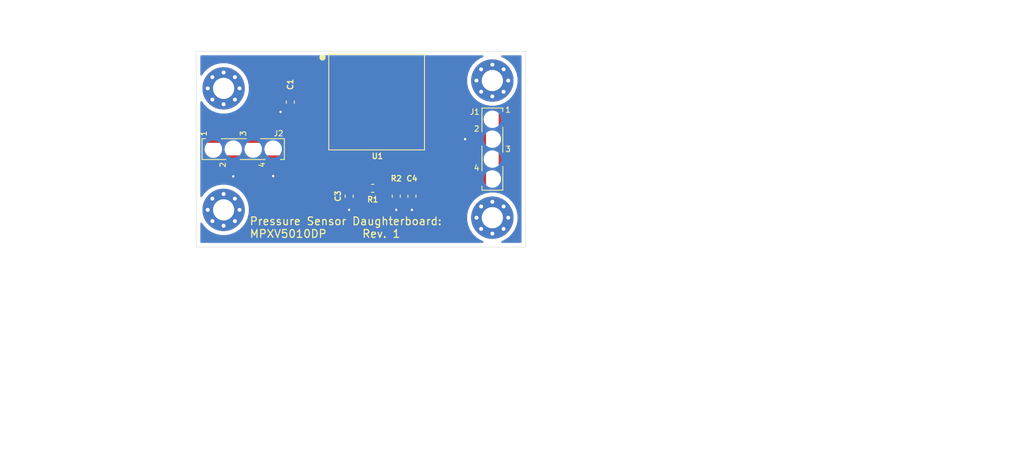
<source format=kicad_pcb>
(kicad_pcb (version 20171130) (host pcbnew "(5.1.9-16-g1737927814)-1")

  (general
    (thickness 1.6)
    (drawings 8)
    (tracks 37)
    (zones 0)
    (modules 12)
    (nets 12)
  )

  (page A4)
  (title_block
    (title "Pressure Sensor Daughterboard: MPXV5010DP")
    (rev 1)
    (company RespiraWorks)
  )

  (layers
    (0 F.Cu signal)
    (31 B.Cu signal)
    (32 B.Adhes user)
    (33 F.Adhes user)
    (34 B.Paste user)
    (35 F.Paste user)
    (36 B.SilkS user)
    (37 F.SilkS user)
    (38 B.Mask user)
    (39 F.Mask user)
    (40 Dwgs.User user)
    (41 Cmts.User user)
    (42 Eco1.User user)
    (43 Eco2.User user)
    (44 Edge.Cuts user)
    (45 Margin user)
    (46 B.CrtYd user)
    (47 F.CrtYd user)
    (48 B.Fab user)
    (49 F.Fab user)
  )

  (setup
    (last_trace_width 0.2)
    (user_trace_width 0.2)
    (user_trace_width 0.5)
    (user_trace_width 1)
    (trace_clearance 0.2)
    (zone_clearance 0.508)
    (zone_45_only no)
    (trace_min 0.2)
    (via_size 0.6)
    (via_drill 0.3)
    (via_min_size 0.4)
    (via_min_drill 0.3)
    (uvia_size 0.3)
    (uvia_drill 0.1)
    (uvias_allowed no)
    (uvia_min_size 0.2)
    (uvia_min_drill 0.1)
    (edge_width 0.05)
    (segment_width 0.2)
    (pcb_text_width 0.3)
    (pcb_text_size 1.5 1.5)
    (mod_edge_width 0.12)
    (mod_text_size 1 1)
    (mod_text_width 0.15)
    (pad_size 1.524 1.524)
    (pad_drill 0.762)
    (pad_to_mask_clearance 0)
    (aux_axis_origin 119 77.5)
    (visible_elements 7FFDFF7F)
    (pcbplotparams
      (layerselection 0x010fc_ffffffff)
      (usegerberextensions false)
      (usegerberattributes true)
      (usegerberadvancedattributes true)
      (creategerberjobfile true)
      (excludeedgelayer true)
      (linewidth 0.100000)
      (plotframeref false)
      (viasonmask false)
      (mode 1)
      (useauxorigin false)
      (hpglpennumber 1)
      (hpglpenspeed 20)
      (hpglpendiameter 15.000000)
      (psnegative false)
      (psa4output false)
      (plotreference true)
      (plotvalue true)
      (plotinvisibletext false)
      (padsonsilk false)
      (subtractmaskfromsilk false)
      (outputformat 1)
      (mirror false)
      (drillshape 1)
      (scaleselection 1)
      (outputdirectory "manufacturing/"))
  )

  (net 0 "")
  (net 1 +5V_Sns)
  (net 2 GND)
  (net 3 "Net-(C3-Pad2)")
  (net 4 "Net-(C4-Pad2)")
  (net 5 "Net-(J1-Pad4)")
  (net 6 "Net-(J1-Pad3)")
  (net 7 "Net-(J2-Pad3)")
  (net 8 "Net-(H1-Pad1)")
  (net 9 "Net-(H2-Pad1)")
  (net 10 "Net-(H3-Pad1)")
  (net 11 "Net-(H4-Pad1)")

  (net_class Default "This is the default net class."
    (clearance 0.2)
    (trace_width 0.2)
    (via_dia 0.6)
    (via_drill 0.3)
    (uvia_dia 0.3)
    (uvia_drill 0.1)
    (add_net +5V_Sns)
    (add_net GND)
    (add_net "Net-(C3-Pad2)")
    (add_net "Net-(C4-Pad2)")
    (add_net "Net-(H1-Pad1)")
    (add_net "Net-(H2-Pad1)")
    (add_net "Net-(H3-Pad1)")
    (add_net "Net-(H4-Pad1)")
    (add_net "Net-(J1-Pad3)")
    (add_net "Net-(J1-Pad4)")
    (add_net "Net-(J2-Pad3)")
  )

  (module RespiraWorks_Std:PinSocket_1x04_P2.54mm_Vertical_SMD_TE_1241152-4 (layer F.Cu) (tedit 6065EE73) (tstamp 605B18C1)
    (at 125 90 90)
    (descr "0.1\"/2.54 mm female header, vertical SMT, bottom entry: Samtec SSM-104-*-SV-BE")
    (path /5FFA26A3)
    (attr smd)
    (fp_text reference J2 (at 2 4.5 180) (layer F.SilkS)
      (effects (font (size 0.7 0.7) (thickness 0.12)))
    )
    (fp_text value "Main board connections (bottom entry)" (at 0 6.68 90) (layer F.Fab)
      (effects (font (size 1 1) (thickness 0.15)))
    )
    (fp_line (start -2.3 4.1) (end -2.3 3.5) (layer F.Fab) (width 0.05))
    (fp_line (start -2.3 3.5) (end -1.27 3.5) (layer F.Fab) (width 0.05))
    (fp_line (start -1.27 4.1) (end -2.3 4.1) (layer F.Fab) (width 0.05))
    (fp_circle (center 1.75 -4.52) (end 1.65 -4.52) (layer F.Fab) (width 0.2))
    (fp_line (start 3.1 5.67) (end 3.1 -5.72) (layer F.CrtYd) (width 0.05))
    (fp_line (start -3.1 5.67) (end 3.1 5.67) (layer F.CrtYd) (width 0.05))
    (fp_line (start -3.1 -5.72) (end -3.1 5.67) (layer F.CrtYd) (width 0.05))
    (fp_line (start 3.1 -5.72) (end -3.1 -5.72) (layer F.CrtYd) (width 0.05))
    (fp_line (start 2.3 1.57) (end 2.3 0.97) (layer F.Fab) (width 0.05))
    (fp_line (start 1.27 1.57) (end 2.3 1.57) (layer F.Fab) (width 0.05))
    (fp_line (start 2.3 0.97) (end 1.27 0.97) (layer F.Fab) (width 0.05))
    (fp_line (start -2.3 -0.97) (end -1.27 -0.97) (layer F.Fab) (width 0.05))
    (fp_line (start -2.3 -1.57) (end -2.3 -0.97) (layer F.Fab) (width 0.05))
    (fp_line (start -1.27 -1.57) (end -2.3 -1.57) (layer F.Fab) (width 0.05))
    (fp_line (start 2.3 -3.51) (end 2.3 -4.11) (layer F.Fab) (width 0.05))
    (fp_line (start 1.27 -3.51) (end 2.3 -3.51) (layer F.Fab) (width 0.05))
    (fp_line (start 2.3 -4.11) (end 1.27 -4.11) (layer F.Fab) (width 0.05))
    (fp_line (start 1.27 -4.545) (end 0.635 -5.18) (layer F.Fab) (width 0.05))
    (fp_line (start 1.27 5.18) (end 1.27 -4.545) (layer F.Fab) (width 0.05))
    (fp_line (start -1.27 5.18) (end 1.27 5.18) (layer F.Fab) (width 0.05))
    (fp_line (start -1.27 -5.18) (end -1.27 5.18) (layer F.Fab) (width 0.05))
    (fp_line (start 0.635 -5.18) (end -1.27 -5.18) (layer F.Fab) (width 0.05))
    (fp_line (start 1.33 2.2) (end 1.33 5.23) (layer F.SilkS) (width 0.12))
    (fp_line (start 1.33 -2.8) (end 1.33 0.4) (layer F.SilkS) (width 0.12))
    (fp_line (start 1.33 -5.24) (end 1.33 -4.8) (layer F.SilkS) (width 0.12))
    (fp_line (start 1.33 5.24) (end -1.33 5.24) (layer F.SilkS) (width 0.12))
    (fp_line (start -1.33 -0.4) (end -1.33 2.8) (layer F.SilkS) (width 0.12))
    (fp_line (start -1.33 -5.24) (end -1.33 -2.2) (layer F.SilkS) (width 0.12))
    (fp_line (start 1.33 -5.24) (end -1.33 -5.24) (layer F.SilkS) (width 0.12))
    (fp_line (start -1.33 4.73) (end -1.33 5.22) (layer F.SilkS) (width 0.12))
    (fp_text user 3 (at 2 0 90) (layer F.SilkS)
      (effects (font (size 0.7 0.7) (thickness 0.12)))
    )
    (fp_text user 1 (at 2 -5.02 90) (layer F.SilkS)
      (effects (font (size 0.7 0.7) (thickness 0.12)))
    )
    (fp_text user %R (at 0 0) (layer F.Fab)
      (effects (font (size 1 1) (thickness 0.05)))
    )
    (fp_text user 2 (at -2 -2.6 90) (layer F.SilkS)
      (effects (font (size 0.7 0.7) (thickness 0.12)))
    )
    (fp_text user 4 (at -2 2.4 90) (layer F.SilkS)
      (effects (font (size 0.7 0.7) (thickness 0.12)))
    )
    (pad "" np_thru_hole circle (at 0 1.27 90) (size 1.2 1.2) (drill 1.2) (layers *.Cu *.Mask))
    (pad "" np_thru_hole circle (at 0 -1.27 90) (size 1.2 1.2) (drill 1.2) (layers *.Cu *.Mask))
    (pad "" np_thru_hole circle (at 0 -3.81 90) (size 1.2 1.2) (drill 1.2) (layers *.Cu *.Mask))
    (pad 1 smd rect (at 1.85 -3.81 90) (size 2.1 1.5) (layers F.Cu F.Paste F.Mask)
      (net 1 +5V_Sns))
    (pad 3 smd rect (at 1.85 1.27 90) (size 2.1 1.5) (layers F.Cu F.Paste F.Mask)
      (net 7 "Net-(J2-Pad3)"))
    (pad 2 smd rect (at -1.85 -1.27 90) (size 2.1 1.5) (layers F.Cu F.Paste F.Mask)
      (net 2 GND))
    (pad 4 smd rect (at -1.85 3.81 90) (size 2.1 1.5) (layers F.Cu F.Paste F.Mask)
      (net 2 GND))
    (pad "" np_thru_hole circle (at 0 3.81 90) (size 1.2 1.2) (drill 1.2) (layers *.Cu *.Mask))
    (model ${KISYS3DMOD}/Connector_PinSocket_2.54mm.3dshapes/PinSocket_1x04_P2.54mm_Vertical_SMD_Pin1Left.wrl
      (at (xyz 0 0 0))
      (scale (xyz 1 1 1))
      (rotate (xyz 0 0 0))
    )
  )

  (module RespiraWorks_Std:PinSocket_1x04_P2.54mm_Vertical_SMD_TE_1241152-4 (layer F.Cu) (tedit 6065EE73) (tstamp 605AAF10)
    (at 156.75 90)
    (descr "0.1\"/2.54 mm female header, vertical SMT, bottom entry: Samtec SSM-104-*-SV-BE")
    (path /5FFA737A)
    (attr smd)
    (fp_text reference J1 (at -2.25 -4.75) (layer F.SilkS)
      (effects (font (size 0.7 0.7) (thickness 0.12)))
    )
    (fp_text value "Main board connections (bottom entry)" (at 0 6.68) (layer F.Fab)
      (effects (font (size 1 1) (thickness 0.15)))
    )
    (fp_line (start -2.3 4.1) (end -2.3 3.5) (layer F.Fab) (width 0.05))
    (fp_line (start -2.3 3.5) (end -1.27 3.5) (layer F.Fab) (width 0.05))
    (fp_line (start -1.27 4.1) (end -2.3 4.1) (layer F.Fab) (width 0.05))
    (fp_circle (center 1.75 -4.52) (end 1.65 -4.52) (layer F.Fab) (width 0.2))
    (fp_line (start 3.1 5.67) (end 3.1 -5.72) (layer F.CrtYd) (width 0.05))
    (fp_line (start -3.1 5.67) (end 3.1 5.67) (layer F.CrtYd) (width 0.05))
    (fp_line (start -3.1 -5.72) (end -3.1 5.67) (layer F.CrtYd) (width 0.05))
    (fp_line (start 3.1 -5.72) (end -3.1 -5.72) (layer F.CrtYd) (width 0.05))
    (fp_line (start 2.3 1.57) (end 2.3 0.97) (layer F.Fab) (width 0.05))
    (fp_line (start 1.27 1.57) (end 2.3 1.57) (layer F.Fab) (width 0.05))
    (fp_line (start 2.3 0.97) (end 1.27 0.97) (layer F.Fab) (width 0.05))
    (fp_line (start -2.3 -0.97) (end -1.27 -0.97) (layer F.Fab) (width 0.05))
    (fp_line (start -2.3 -1.57) (end -2.3 -0.97) (layer F.Fab) (width 0.05))
    (fp_line (start -1.27 -1.57) (end -2.3 -1.57) (layer F.Fab) (width 0.05))
    (fp_line (start 2.3 -3.51) (end 2.3 -4.11) (layer F.Fab) (width 0.05))
    (fp_line (start 1.27 -3.51) (end 2.3 -3.51) (layer F.Fab) (width 0.05))
    (fp_line (start 2.3 -4.11) (end 1.27 -4.11) (layer F.Fab) (width 0.05))
    (fp_line (start 1.27 -4.545) (end 0.635 -5.18) (layer F.Fab) (width 0.05))
    (fp_line (start 1.27 5.18) (end 1.27 -4.545) (layer F.Fab) (width 0.05))
    (fp_line (start -1.27 5.18) (end 1.27 5.18) (layer F.Fab) (width 0.05))
    (fp_line (start -1.27 -5.18) (end -1.27 5.18) (layer F.Fab) (width 0.05))
    (fp_line (start 0.635 -5.18) (end -1.27 -5.18) (layer F.Fab) (width 0.05))
    (fp_line (start 1.33 2.2) (end 1.33 5.23) (layer F.SilkS) (width 0.12))
    (fp_line (start 1.33 -2.8) (end 1.33 0.4) (layer F.SilkS) (width 0.12))
    (fp_line (start 1.33 -5.24) (end 1.33 -4.8) (layer F.SilkS) (width 0.12))
    (fp_line (start 1.33 5.24) (end -1.33 5.24) (layer F.SilkS) (width 0.12))
    (fp_line (start -1.33 -0.4) (end -1.33 2.8) (layer F.SilkS) (width 0.12))
    (fp_line (start -1.33 -5.24) (end -1.33 -2.2) (layer F.SilkS) (width 0.12))
    (fp_line (start 1.33 -5.24) (end -1.33 -5.24) (layer F.SilkS) (width 0.12))
    (fp_line (start -1.33 4.73) (end -1.33 5.22) (layer F.SilkS) (width 0.12))
    (fp_text user 3 (at 2 0) (layer F.SilkS)
      (effects (font (size 0.7 0.7) (thickness 0.12)))
    )
    (fp_text user 1 (at 2 -5.02) (layer F.SilkS)
      (effects (font (size 0.7 0.7) (thickness 0.12)))
    )
    (fp_text user %R (at 0 0 90) (layer F.Fab)
      (effects (font (size 1 1) (thickness 0.05)))
    )
    (fp_text user 2 (at -2 -2.6) (layer F.SilkS)
      (effects (font (size 0.7 0.7) (thickness 0.12)))
    )
    (fp_text user 4 (at -2 2.4) (layer F.SilkS)
      (effects (font (size 0.7 0.7) (thickness 0.12)))
    )
    (pad "" np_thru_hole circle (at 0 1.27) (size 1.2 1.2) (drill 1.2) (layers *.Cu *.Mask))
    (pad "" np_thru_hole circle (at 0 -1.27) (size 1.2 1.2) (drill 1.2) (layers *.Cu *.Mask))
    (pad "" np_thru_hole circle (at 0 -3.81) (size 1.2 1.2) (drill 1.2) (layers *.Cu *.Mask))
    (pad 1 smd rect (at 1.85 -3.81) (size 2.1 1.5) (layers F.Cu F.Paste F.Mask)
      (net 4 "Net-(C4-Pad2)"))
    (pad 3 smd rect (at 1.85 1.27) (size 2.1 1.5) (layers F.Cu F.Paste F.Mask)
      (net 6 "Net-(J1-Pad3)"))
    (pad 2 smd rect (at -1.85 -1.27) (size 2.1 1.5) (layers F.Cu F.Paste F.Mask)
      (net 2 GND))
    (pad 4 smd rect (at -1.85 3.81) (size 2.1 1.5) (layers F.Cu F.Paste F.Mask)
      (net 5 "Net-(J1-Pad4)"))
    (pad "" np_thru_hole circle (at 0 3.81) (size 1.2 1.2) (drill 1.2) (layers *.Cu *.Mask))
    (model ${KISYS3DMOD}/Connector_PinSocket_2.54mm.3dshapes/PinSocket_1x04_P2.54mm_Vertical_SMD_Pin1Left.wrl
      (at (xyz 0 0 0))
      (scale (xyz 1 1 1))
      (rotate (xyz 0 0 0))
    )
  )

  (module RespiraWorks:NXP_MPXV5010DP (layer F.Cu) (tedit 606520D7) (tstamp 605AAF96)
    (at 142 84)
    (descr "NXP MPXV5010DP differential gas pressure sensor")
    (path /5FFA0C0F)
    (attr smd)
    (fp_text reference U1 (at 0.1 6.9) (layer F.SilkS)
      (effects (font (size 0.7 0.7) (thickness 0.15)))
    )
    (fp_text value MPXV5010DP (at 0 -0.5) (layer F.Fab)
      (effects (font (size 1 1) (thickness 0.15)))
    )
    (fp_line (start 6.1 -6.1) (end -6.1 -6.1) (layer F.SilkS) (width 0.12))
    (fp_line (start 6.1 6.1) (end 6.1 -6.1) (layer F.SilkS) (width 0.12))
    (fp_line (start -6.1 6.1) (end 6.1 6.1) (layer F.SilkS) (width 0.12))
    (fp_line (start -6.1 -6.1) (end -6.1 6.1) (layer F.SilkS) (width 0.12))
    (fp_line (start -1 -6.1) (end -1 -9.5) (layer F.Fab) (width 0.05))
    (fp_line (start -3.5 -6.1) (end -3.5 -9.5) (layer F.Fab) (width 0.05))
    (fp_line (start -6.1 -5) (end -5 -6.1) (layer F.Fab) (width 0.05))
    (fp_line (start 1 -12.7) (end 3.5 -12.7) (layer F.Fab) (width 0.05))
    (fp_line (start -1 -12.7) (end -3.5 -12.7) (layer F.Fab) (width 0.05))
    (fp_line (start 6.1 -6.1) (end -5 -6.1) (layer F.Fab) (width 0.05))
    (fp_line (start 6.1 6.1) (end 6.1 -6.1) (layer F.Fab) (width 0.05))
    (fp_line (start -6.1 6.1) (end 6.1 6.1) (layer F.Fab) (width 0.05))
    (fp_line (start -6.1 -5) (end -6.1 6.1) (layer F.Fab) (width 0.05))
    (fp_circle (center -5.8 -5.8) (end -5.7 -5.8) (layer F.Fab) (width 0.2))
    (fp_circle (center -6.9 -5.7) (end -6.7 -5.7) (layer F.SilkS) (width 0.4))
    (fp_line (start -3.5 -12.7) (end -3.9 -9.5) (layer F.Fab) (width 0.05))
    (fp_line (start -3.9 -9.5) (end -0.6 -9.5) (layer F.Fab) (width 0.05))
    (fp_line (start -0.6 -9.5) (end -1 -12.7) (layer F.Fab) (width 0.05))
    (fp_line (start 3.5 -6.1) (end 3.5 -9.5) (layer F.Fab) (width 0.05))
    (fp_line (start 1 -6.1) (end 1 -9.5) (layer F.Fab) (width 0.05))
    (fp_line (start 0.6 -9.5) (end 3.9 -9.5) (layer F.Fab) (width 0.05))
    (fp_line (start 3.9 -9.5) (end 3.5 -12.7) (layer F.Fab) (width 0.05))
    (fp_line (start 1 -12.7) (end 0.6 -9.5) (layer F.Fab) (width 0.05))
    (fp_line (start -10 6.5) (end -10 -13) (layer F.CrtYd) (width 0.05))
    (fp_line (start -10 -13) (end 0 -13) (layer F.CrtYd) (width 0.05))
    (fp_line (start 0 -13) (end 0 -6.5) (layer F.CrtYd) (width 0.05))
    (fp_line (start 0 -6.5) (end 10 -6.5) (layer F.CrtYd) (width 0.05))
    (fp_line (start 10 -6.5) (end 10 6.5) (layer F.CrtYd) (width 0.05))
    (fp_line (start 10 6.5) (end -10 6.5) (layer F.CrtYd) (width 0.05))
    (fp_text user %R (at 0 0) (layer F.Fab)
      (effects (font (size 1 1) (thickness 0.05)))
    )
    (pad 1 smd rect (at -8.38 -3.81) (size 2.54 1.52) (layers F.Cu F.Paste F.Mask))
    (pad 2 smd rect (at -8.38 -1.27) (size 2.54 1.52) (layers F.Cu F.Paste F.Mask)
      (net 1 +5V_Sns))
    (pad 3 smd rect (at -8.38 1.27) (size 2.54 1.52) (layers F.Cu F.Paste F.Mask)
      (net 2 GND))
    (pad 4 smd rect (at -8.38 3.81) (size 2.54 1.52) (layers F.Cu F.Paste F.Mask)
      (net 3 "Net-(C3-Pad2)"))
    (pad 5 smd rect (at 8.38 3.81) (size 2.54 1.52) (layers F.Cu F.Paste F.Mask))
    (pad 6 smd rect (at 8.38 1.27) (size 2.54 1.52) (layers F.Cu F.Paste F.Mask))
    (pad 7 smd rect (at 8.38 -1.27) (size 2.54 1.52) (layers F.Cu F.Paste F.Mask))
    (pad 8 smd rect (at 8.38 -3.81) (size 2.54 1.52) (layers F.Cu F.Paste F.Mask))
  )

  (module RespiraWorks_Std:MountingHole_2.7mm_M2.5_Pad_Via (layer F.Cu) (tedit 605AB8A9) (tstamp 605AB503)
    (at 156.75 98.75)
    (descr "Mounting Hole 2.7mm")
    (tags "mounting hole 2.7mm")
    (path /605B582D)
    (attr virtual)
    (fp_text reference H4 (at 0 -3.7) (layer F.SilkS) hide
      (effects (font (size 0.7 0.7) (thickness 0.12)))
    )
    (fp_text value M2.5 (at 0 3.7) (layer F.Fab)
      (effects (font (size 1 1) (thickness 0.15)))
    )
    (fp_circle (center 0 0) (end 2.7 0) (layer Cmts.User) (width 0.15))
    (fp_circle (center 0 0) (end 2.95 0) (layer F.CrtYd) (width 0.05))
    (fp_text user %R (at 0.3 0) (layer F.Fab) hide
      (effects (font (size 1 1) (thickness 0.15)))
    )
    (pad 1 thru_hole circle (at 0 0) (size 5.4 5.4) (drill 2.7) (layers *.Cu *.Mask)
      (net 11 "Net-(H4-Pad1)"))
    (pad 1 thru_hole circle (at 2.025 0) (size 0.8 0.8) (drill 0.5) (layers *.Cu *.Mask)
      (net 11 "Net-(H4-Pad1)"))
    (pad 1 thru_hole circle (at 1.431891 1.431891) (size 0.8 0.8) (drill 0.5) (layers *.Cu *.Mask)
      (net 11 "Net-(H4-Pad1)"))
    (pad 1 thru_hole circle (at 0 2.025) (size 0.8 0.8) (drill 0.5) (layers *.Cu *.Mask)
      (net 11 "Net-(H4-Pad1)"))
    (pad 1 thru_hole circle (at -1.431891 1.431891) (size 0.8 0.8) (drill 0.5) (layers *.Cu *.Mask)
      (net 11 "Net-(H4-Pad1)"))
    (pad 1 thru_hole circle (at -2.025 0) (size 0.8 0.8) (drill 0.5) (layers *.Cu *.Mask)
      (net 11 "Net-(H4-Pad1)"))
    (pad 1 thru_hole circle (at -1.431891 -1.431891) (size 0.8 0.8) (drill 0.5) (layers *.Cu *.Mask)
      (net 11 "Net-(H4-Pad1)"))
    (pad 1 thru_hole circle (at 0 -2.025) (size 0.8 0.8) (drill 0.5) (layers *.Cu *.Mask)
      (net 11 "Net-(H4-Pad1)"))
    (pad 1 thru_hole circle (at 1.431891 -1.431891) (size 0.8 0.8) (drill 0.5) (layers *.Cu *.Mask)
      (net 11 "Net-(H4-Pad1)"))
  )

  (module RespiraWorks_Std:MountingHole_2.7mm_M2.5_Pad_Via (layer F.Cu) (tedit 605AB8A9) (tstamp 605AB4F3)
    (at 156.75 81.25)
    (descr "Mounting Hole 2.7mm")
    (tags "mounting hole 2.7mm")
    (path /605B4C2D)
    (attr virtual)
    (fp_text reference H3 (at 0 -3.7) (layer F.SilkS) hide
      (effects (font (size 0.7 0.7) (thickness 0.12)))
    )
    (fp_text value M2.5 (at 0 3.7) (layer F.Fab)
      (effects (font (size 1 1) (thickness 0.15)))
    )
    (fp_circle (center 0 0) (end 2.7 0) (layer Cmts.User) (width 0.15))
    (fp_circle (center 0 0) (end 2.95 0) (layer F.CrtYd) (width 0.05))
    (fp_text user %R (at 0.3 0) (layer F.Fab) hide
      (effects (font (size 1 1) (thickness 0.15)))
    )
    (pad 1 thru_hole circle (at 0 0) (size 5.4 5.4) (drill 2.7) (layers *.Cu *.Mask)
      (net 10 "Net-(H3-Pad1)"))
    (pad 1 thru_hole circle (at 2.025 0) (size 0.8 0.8) (drill 0.5) (layers *.Cu *.Mask)
      (net 10 "Net-(H3-Pad1)"))
    (pad 1 thru_hole circle (at 1.431891 1.431891) (size 0.8 0.8) (drill 0.5) (layers *.Cu *.Mask)
      (net 10 "Net-(H3-Pad1)"))
    (pad 1 thru_hole circle (at 0 2.025) (size 0.8 0.8) (drill 0.5) (layers *.Cu *.Mask)
      (net 10 "Net-(H3-Pad1)"))
    (pad 1 thru_hole circle (at -1.431891 1.431891) (size 0.8 0.8) (drill 0.5) (layers *.Cu *.Mask)
      (net 10 "Net-(H3-Pad1)"))
    (pad 1 thru_hole circle (at -2.025 0) (size 0.8 0.8) (drill 0.5) (layers *.Cu *.Mask)
      (net 10 "Net-(H3-Pad1)"))
    (pad 1 thru_hole circle (at -1.431891 -1.431891) (size 0.8 0.8) (drill 0.5) (layers *.Cu *.Mask)
      (net 10 "Net-(H3-Pad1)"))
    (pad 1 thru_hole circle (at 0 -2.025) (size 0.8 0.8) (drill 0.5) (layers *.Cu *.Mask)
      (net 10 "Net-(H3-Pad1)"))
    (pad 1 thru_hole circle (at 1.431891 -1.431891) (size 0.8 0.8) (drill 0.5) (layers *.Cu *.Mask)
      (net 10 "Net-(H3-Pad1)"))
  )

  (module RespiraWorks_Std:MountingHole_2.7mm_M2.5_Pad_Via (layer F.Cu) (tedit 605AB8A9) (tstamp 605AB4E3)
    (at 122.5 97.75)
    (descr "Mounting Hole 2.7mm")
    (tags "mounting hole 2.7mm")
    (path /605B55AD)
    (attr virtual)
    (fp_text reference H2 (at 0 -3.7) (layer F.SilkS) hide
      (effects (font (size 0.7 0.7) (thickness 0.12)))
    )
    (fp_text value M2.5 (at 0 3.7) (layer F.Fab)
      (effects (font (size 1 1) (thickness 0.15)))
    )
    (fp_circle (center 0 0) (end 2.7 0) (layer Cmts.User) (width 0.15))
    (fp_circle (center 0 0) (end 2.95 0) (layer F.CrtYd) (width 0.05))
    (fp_text user %R (at 0.3 0) (layer F.Fab) hide
      (effects (font (size 1 1) (thickness 0.15)))
    )
    (pad 1 thru_hole circle (at 0 0) (size 5.4 5.4) (drill 2.7) (layers *.Cu *.Mask)
      (net 9 "Net-(H2-Pad1)"))
    (pad 1 thru_hole circle (at 2.025 0) (size 0.8 0.8) (drill 0.5) (layers *.Cu *.Mask)
      (net 9 "Net-(H2-Pad1)"))
    (pad 1 thru_hole circle (at 1.431891 1.431891) (size 0.8 0.8) (drill 0.5) (layers *.Cu *.Mask)
      (net 9 "Net-(H2-Pad1)"))
    (pad 1 thru_hole circle (at 0 2.025) (size 0.8 0.8) (drill 0.5) (layers *.Cu *.Mask)
      (net 9 "Net-(H2-Pad1)"))
    (pad 1 thru_hole circle (at -1.431891 1.431891) (size 0.8 0.8) (drill 0.5) (layers *.Cu *.Mask)
      (net 9 "Net-(H2-Pad1)"))
    (pad 1 thru_hole circle (at -2.025 0) (size 0.8 0.8) (drill 0.5) (layers *.Cu *.Mask)
      (net 9 "Net-(H2-Pad1)"))
    (pad 1 thru_hole circle (at -1.431891 -1.431891) (size 0.8 0.8) (drill 0.5) (layers *.Cu *.Mask)
      (net 9 "Net-(H2-Pad1)"))
    (pad 1 thru_hole circle (at 0 -2.025) (size 0.8 0.8) (drill 0.5) (layers *.Cu *.Mask)
      (net 9 "Net-(H2-Pad1)"))
    (pad 1 thru_hole circle (at 1.431891 -1.431891) (size 0.8 0.8) (drill 0.5) (layers *.Cu *.Mask)
      (net 9 "Net-(H2-Pad1)"))
  )

  (module RespiraWorks_Std:MountingHole_2.7mm_M2.5_Pad_Via (layer F.Cu) (tedit 605AB8A9) (tstamp 605AB4D3)
    (at 122.5 82.25)
    (descr "Mounting Hole 2.7mm")
    (tags "mounting hole 2.7mm")
    (path /605B378F)
    (attr virtual)
    (fp_text reference H1 (at 0 -3.7) (layer F.SilkS) hide
      (effects (font (size 0.7 0.7) (thickness 0.12)))
    )
    (fp_text value M2.5 (at 0 3.7) (layer F.Fab)
      (effects (font (size 1 1) (thickness 0.15)))
    )
    (fp_circle (center 0 0) (end 2.7 0) (layer Cmts.User) (width 0.15))
    (fp_circle (center 0 0) (end 2.95 0) (layer F.CrtYd) (width 0.05))
    (fp_text user %R (at 0.3 0) (layer F.Fab) hide
      (effects (font (size 1 1) (thickness 0.15)))
    )
    (pad 1 thru_hole circle (at 0 0) (size 5.4 5.4) (drill 2.7) (layers *.Cu *.Mask)
      (net 8 "Net-(H1-Pad1)"))
    (pad 1 thru_hole circle (at 2.025 0) (size 0.8 0.8) (drill 0.5) (layers *.Cu *.Mask)
      (net 8 "Net-(H1-Pad1)"))
    (pad 1 thru_hole circle (at 1.431891 1.431891) (size 0.8 0.8) (drill 0.5) (layers *.Cu *.Mask)
      (net 8 "Net-(H1-Pad1)"))
    (pad 1 thru_hole circle (at 0 2.025) (size 0.8 0.8) (drill 0.5) (layers *.Cu *.Mask)
      (net 8 "Net-(H1-Pad1)"))
    (pad 1 thru_hole circle (at -1.431891 1.431891) (size 0.8 0.8) (drill 0.5) (layers *.Cu *.Mask)
      (net 8 "Net-(H1-Pad1)"))
    (pad 1 thru_hole circle (at -2.025 0) (size 0.8 0.8) (drill 0.5) (layers *.Cu *.Mask)
      (net 8 "Net-(H1-Pad1)"))
    (pad 1 thru_hole circle (at -1.431891 -1.431891) (size 0.8 0.8) (drill 0.5) (layers *.Cu *.Mask)
      (net 8 "Net-(H1-Pad1)"))
    (pad 1 thru_hole circle (at 0 -2.025) (size 0.8 0.8) (drill 0.5) (layers *.Cu *.Mask)
      (net 8 "Net-(H1-Pad1)"))
    (pad 1 thru_hole circle (at 1.431891 -1.431891) (size 0.8 0.8) (drill 0.5) (layers *.Cu *.Mask)
      (net 8 "Net-(H1-Pad1)"))
  )

  (module RespiraWorks_Std:R_0603_1608Metric (layer F.Cu) (tedit 5FB9354D) (tstamp 605AAF5E)
    (at 144.5 96 90)
    (descr "Resistor SMD 0603 (1608 Metric), square (rectangular) end terminal, IPC_7351 nominal, (Body size source: http://www.tortai-tech.com/upload/download/2011102023233369053.pdf), generated with kicad-footprint-generator")
    (tags resistor)
    (path /5FFBE48D)
    (attr smd)
    (fp_text reference R2 (at 2.25 0 180) (layer F.SilkS)
      (effects (font (size 0.7 0.7) (thickness 0.15)))
    )
    (fp_text value 4.7K (at 0 1.43 90) (layer F.Fab)
      (effects (font (size 1 1) (thickness 0.15)))
    )
    (fp_line (start -0.8 0.4) (end -0.8 -0.4) (layer F.Fab) (width 0.1))
    (fp_line (start -0.8 -0.4) (end 0.8 -0.4) (layer F.Fab) (width 0.1))
    (fp_line (start 0.8 -0.4) (end 0.8 0.4) (layer F.Fab) (width 0.1))
    (fp_line (start 0.8 0.4) (end -0.8 0.4) (layer F.Fab) (width 0.1))
    (fp_line (start -0.162779 -0.51) (end 0.162779 -0.51) (layer F.SilkS) (width 0.12))
    (fp_line (start -0.162779 0.51) (end 0.162779 0.51) (layer F.SilkS) (width 0.12))
    (fp_line (start -1.48 0.73) (end -1.48 -0.73) (layer F.CrtYd) (width 0.05))
    (fp_line (start -1.48 -0.73) (end 1.48 -0.73) (layer F.CrtYd) (width 0.05))
    (fp_line (start 1.48 -0.73) (end 1.48 0.73) (layer F.CrtYd) (width 0.05))
    (fp_line (start 1.48 0.73) (end -1.48 0.73) (layer F.CrtYd) (width 0.05))
    (fp_text user %R (at 0 0 90) (layer F.Fab)
      (effects (font (size 0.4 0.4) (thickness 0.06)))
    )
    (pad 2 smd roundrect (at 0.7875 0 90) (size 0.875 0.95) (layers F.Cu F.Paste F.Mask) (roundrect_rratio 0.25)
      (net 4 "Net-(C4-Pad2)"))
    (pad 1 smd roundrect (at -0.7875 0 90) (size 0.875 0.95) (layers F.Cu F.Paste F.Mask) (roundrect_rratio 0.25)
      (net 2 GND))
    (model ${KISYS3DMOD}/Resistor_SMD.3dshapes/R_0603_1608Metric.wrl
      (at (xyz 0 0 0))
      (scale (xyz 1 1 1))
      (rotate (xyz 0 0 0))
    )
  )

  (module RespiraWorks_Std:R_0603_1608Metric (layer F.Cu) (tedit 5FB9354D) (tstamp 605B1CB2)
    (at 141.5 95 180)
    (descr "Resistor SMD 0603 (1608 Metric), square (rectangular) end terminal, IPC_7351 nominal, (Body size source: http://www.tortai-tech.com/upload/download/2011102023233369053.pdf), generated with kicad-footprint-generator")
    (tags resistor)
    (path /5FFBE485)
    (attr smd)
    (fp_text reference R1 (at 0 -1.43) (layer F.SilkS)
      (effects (font (size 0.7 0.7) (thickness 0.15)))
    )
    (fp_text value 2.4K (at 0 1.43) (layer F.Fab)
      (effects (font (size 1 1) (thickness 0.15)))
    )
    (fp_line (start -0.8 0.4) (end -0.8 -0.4) (layer F.Fab) (width 0.1))
    (fp_line (start -0.8 -0.4) (end 0.8 -0.4) (layer F.Fab) (width 0.1))
    (fp_line (start 0.8 -0.4) (end 0.8 0.4) (layer F.Fab) (width 0.1))
    (fp_line (start 0.8 0.4) (end -0.8 0.4) (layer F.Fab) (width 0.1))
    (fp_line (start -0.162779 -0.51) (end 0.162779 -0.51) (layer F.SilkS) (width 0.12))
    (fp_line (start -0.162779 0.51) (end 0.162779 0.51) (layer F.SilkS) (width 0.12))
    (fp_line (start -1.48 0.73) (end -1.48 -0.73) (layer F.CrtYd) (width 0.05))
    (fp_line (start -1.48 -0.73) (end 1.48 -0.73) (layer F.CrtYd) (width 0.05))
    (fp_line (start 1.48 -0.73) (end 1.48 0.73) (layer F.CrtYd) (width 0.05))
    (fp_line (start 1.48 0.73) (end -1.48 0.73) (layer F.CrtYd) (width 0.05))
    (fp_text user %R (at 0 0) (layer F.Fab)
      (effects (font (size 0.4 0.4) (thickness 0.06)))
    )
    (pad 2 smd roundrect (at 0.7875 0 180) (size 0.875 0.95) (layers F.Cu F.Paste F.Mask) (roundrect_rratio 0.25)
      (net 3 "Net-(C3-Pad2)"))
    (pad 1 smd roundrect (at -0.7875 0 180) (size 0.875 0.95) (layers F.Cu F.Paste F.Mask) (roundrect_rratio 0.25)
      (net 4 "Net-(C4-Pad2)"))
    (model ${KISYS3DMOD}/Resistor_SMD.3dshapes/R_0603_1608Metric.wrl
      (at (xyz 0 0 0))
      (scale (xyz 1 1 1))
      (rotate (xyz 0 0 0))
    )
  )

  (module RespiraWorks_Std:C_0603_1608Metric (layer F.Cu) (tedit 5FB93522) (tstamp 605B1D19)
    (at 146.5 96 90)
    (descr "Capacitor SMD 0603 (1608 Metric), square (rectangular) end terminal, IPC_7351 nominal, (Body size source: http://www.tortai-tech.com/upload/download/2011102023233369053.pdf), generated with kicad-footprint-generator")
    (tags capacitor)
    (path /5FFBE477)
    (attr smd)
    (fp_text reference C4 (at 2.25 0 180) (layer F.SilkS)
      (effects (font (size 0.7 0.7) (thickness 0.15)))
    )
    (fp_text value 1uF (at 0 1.43 90) (layer F.Fab)
      (effects (font (size 1 1) (thickness 0.15)))
    )
    (fp_line (start -0.8 0.4) (end -0.8 -0.4) (layer F.Fab) (width 0.1))
    (fp_line (start -0.8 -0.4) (end 0.8 -0.4) (layer F.Fab) (width 0.1))
    (fp_line (start 0.8 -0.4) (end 0.8 0.4) (layer F.Fab) (width 0.1))
    (fp_line (start 0.8 0.4) (end -0.8 0.4) (layer F.Fab) (width 0.1))
    (fp_line (start -0.162779 -0.51) (end 0.162779 -0.51) (layer F.SilkS) (width 0.12))
    (fp_line (start -0.162779 0.51) (end 0.162779 0.51) (layer F.SilkS) (width 0.12))
    (fp_line (start -1.48 0.73) (end -1.48 -0.73) (layer F.CrtYd) (width 0.05))
    (fp_line (start -1.48 -0.73) (end 1.48 -0.73) (layer F.CrtYd) (width 0.05))
    (fp_line (start 1.48 -0.73) (end 1.48 0.73) (layer F.CrtYd) (width 0.05))
    (fp_line (start 1.48 0.73) (end -1.48 0.73) (layer F.CrtYd) (width 0.05))
    (fp_text user %R (at 0 0 90) (layer F.Fab)
      (effects (font (size 0.4 0.4) (thickness 0.06)))
    )
    (pad 2 smd roundrect (at 0.7875 0 90) (size 0.875 0.95) (layers F.Cu F.Paste F.Mask) (roundrect_rratio 0.25)
      (net 4 "Net-(C4-Pad2)"))
    (pad 1 smd roundrect (at -0.7875 0 90) (size 0.875 0.95) (layers F.Cu F.Paste F.Mask) (roundrect_rratio 0.25)
      (net 2 GND))
    (model ${KISYS3DMOD}/Capacitor_SMD.3dshapes/C_0603_1608Metric.wrl
      (at (xyz 0 0 0))
      (scale (xyz 1 1 1))
      (rotate (xyz 0 0 0))
    )
  )

  (module RespiraWorks_Std:C_0603_1608Metric (layer F.Cu) (tedit 5FB93522) (tstamp 605AAED3)
    (at 138.5 96 90)
    (descr "Capacitor SMD 0603 (1608 Metric), square (rectangular) end terminal, IPC_7351 nominal, (Body size source: http://www.tortai-tech.com/upload/download/2011102023233369053.pdf), generated with kicad-footprint-generator")
    (tags capacitor)
    (path /5FFBE46B)
    (attr smd)
    (fp_text reference C3 (at 0 -1.43 90) (layer F.SilkS)
      (effects (font (size 0.7 0.7) (thickness 0.15)))
    )
    (fp_text value 470pF (at 0 1.43 90) (layer F.Fab)
      (effects (font (size 1 1) (thickness 0.15)))
    )
    (fp_line (start -0.8 0.4) (end -0.8 -0.4) (layer F.Fab) (width 0.1))
    (fp_line (start -0.8 -0.4) (end 0.8 -0.4) (layer F.Fab) (width 0.1))
    (fp_line (start 0.8 -0.4) (end 0.8 0.4) (layer F.Fab) (width 0.1))
    (fp_line (start 0.8 0.4) (end -0.8 0.4) (layer F.Fab) (width 0.1))
    (fp_line (start -0.162779 -0.51) (end 0.162779 -0.51) (layer F.SilkS) (width 0.12))
    (fp_line (start -0.162779 0.51) (end 0.162779 0.51) (layer F.SilkS) (width 0.12))
    (fp_line (start -1.48 0.73) (end -1.48 -0.73) (layer F.CrtYd) (width 0.05))
    (fp_line (start -1.48 -0.73) (end 1.48 -0.73) (layer F.CrtYd) (width 0.05))
    (fp_line (start 1.48 -0.73) (end 1.48 0.73) (layer F.CrtYd) (width 0.05))
    (fp_line (start 1.48 0.73) (end -1.48 0.73) (layer F.CrtYd) (width 0.05))
    (fp_text user %R (at 0 0 90) (layer F.Fab)
      (effects (font (size 0.4 0.4) (thickness 0.06)))
    )
    (pad 2 smd roundrect (at 0.7875 0 90) (size 0.875 0.95) (layers F.Cu F.Paste F.Mask) (roundrect_rratio 0.25)
      (net 3 "Net-(C3-Pad2)"))
    (pad 1 smd roundrect (at -0.7875 0 90) (size 0.875 0.95) (layers F.Cu F.Paste F.Mask) (roundrect_rratio 0.25)
      (net 2 GND))
    (model ${KISYS3DMOD}/Capacitor_SMD.3dshapes/C_0603_1608Metric.wrl
      (at (xyz 0 0 0))
      (scale (xyz 1 1 1))
      (rotate (xyz 0 0 0))
    )
  )

  (module RespiraWorks_Std:C_0603_1608Metric (layer F.Cu) (tedit 5FB93522) (tstamp 605AAEB1)
    (at 131 84 90)
    (descr "Capacitor SMD 0603 (1608 Metric), square (rectangular) end terminal, IPC_7351 nominal, (Body size source: http://www.tortai-tech.com/upload/download/2011102023233369053.pdf), generated with kicad-footprint-generator")
    (tags capacitor)
    (path /5FFA6CAD)
    (attr smd)
    (fp_text reference C1 (at 2.25 0 90) (layer F.SilkS)
      (effects (font (size 0.7 0.7) (thickness 0.15)))
    )
    (fp_text value 1uF (at 0 1.43 90) (layer F.Fab)
      (effects (font (size 1 1) (thickness 0.15)))
    )
    (fp_line (start -0.8 0.4) (end -0.8 -0.4) (layer F.Fab) (width 0.1))
    (fp_line (start -0.8 -0.4) (end 0.8 -0.4) (layer F.Fab) (width 0.1))
    (fp_line (start 0.8 -0.4) (end 0.8 0.4) (layer F.Fab) (width 0.1))
    (fp_line (start 0.8 0.4) (end -0.8 0.4) (layer F.Fab) (width 0.1))
    (fp_line (start -0.162779 -0.51) (end 0.162779 -0.51) (layer F.SilkS) (width 0.12))
    (fp_line (start -0.162779 0.51) (end 0.162779 0.51) (layer F.SilkS) (width 0.12))
    (fp_line (start -1.48 0.73) (end -1.48 -0.73) (layer F.CrtYd) (width 0.05))
    (fp_line (start -1.48 -0.73) (end 1.48 -0.73) (layer F.CrtYd) (width 0.05))
    (fp_line (start 1.48 -0.73) (end 1.48 0.73) (layer F.CrtYd) (width 0.05))
    (fp_line (start 1.48 0.73) (end -1.48 0.73) (layer F.CrtYd) (width 0.05))
    (fp_text user %R (at 0 0 90) (layer F.Fab)
      (effects (font (size 0.4 0.4) (thickness 0.06)))
    )
    (pad 2 smd roundrect (at 0.7875 0 90) (size 0.875 0.95) (layers F.Cu F.Paste F.Mask) (roundrect_rratio 0.25)
      (net 1 +5V_Sns))
    (pad 1 smd roundrect (at -0.7875 0 90) (size 0.875 0.95) (layers F.Cu F.Paste F.Mask) (roundrect_rratio 0.25)
      (net 2 GND))
    (model ${KISYS3DMOD}/Capacitor_SMD.3dshapes/C_0603_1608Metric.wrl
      (at (xyz 0 0 0))
      (scale (xyz 1 1 1))
      (rotate (xyz 0 0 0))
    )
  )

  (gr_text "NOTES:\n1. Assembly to meet IPC-A-610 Class 2 standards\n2. Polarity marks:\n  a. Pin 1 is indicated by a dot or bevel\n  b. Positive terminal for polarized capacitors, buzzers is indicated by a '+' symbol\n3. U1 must be hand-soldered, using no-clean flux" (at 94 121.5) (layer F.Fab)
    (effects (font (size 2 2) (thickness 0.15)) (justify left))
  )
  (dimension 25 (width 0.15) (layer Cmts.User)
    (gr_text "25.000 mm" (at 113.95 90 270) (layer Cmts.User)
      (effects (font (size 1 1) (thickness 0.15)))
    )
    (feature1 (pts (xy 119 102.5) (xy 114.663579 102.5)))
    (feature2 (pts (xy 119 77.5) (xy 114.663579 77.5)))
    (crossbar (pts (xy 115.25 77.5) (xy 115.25 102.5)))
    (arrow1a (pts (xy 115.25 102.5) (xy 114.663579 101.373496)))
    (arrow1b (pts (xy 115.25 102.5) (xy 115.836421 101.373496)))
    (arrow2a (pts (xy 115.25 77.5) (xy 114.663579 78.626504)))
    (arrow2b (pts (xy 115.25 77.5) (xy 115.836421 78.626504)))
  )
  (dimension 42 (width 0.15) (layer Cmts.User)
    (gr_text "42.000 mm" (at 140 106.8) (layer Cmts.User)
      (effects (font (size 1 1) (thickness 0.15)))
    )
    (feature1 (pts (xy 161 102.5) (xy 161 106.086421)))
    (feature2 (pts (xy 119 102.5) (xy 119 106.086421)))
    (crossbar (pts (xy 119 105.5) (xy 161 105.5)))
    (arrow1a (pts (xy 161 105.5) (xy 159.873496 106.086421)))
    (arrow1b (pts (xy 161 105.5) (xy 159.873496 104.913579)))
    (arrow2a (pts (xy 119 105.5) (xy 120.126504 106.086421)))
    (arrow2b (pts (xy 119 105.5) (xy 120.126504 104.913579)))
  )
  (gr_text "Pressure Sensor Daughterboard:\nMPXV5010DP      Rev. 1" (at 125.75 100) (layer F.SilkS)
    (effects (font (size 1 1) (thickness 0.15)) (justify left))
  )
  (gr_line (start 119 102.5) (end 119 77.5) (layer Edge.Cuts) (width 0.05) (tstamp 605B1BA3))
  (gr_line (start 161 102.5) (end 119 102.5) (layer Edge.Cuts) (width 0.05))
  (gr_line (start 161 77.5) (end 161 102.5) (layer Edge.Cuts) (width 0.05))
  (gr_line (start 119 77.5) (end 161 77.5) (layer Edge.Cuts) (width 0.05))

  (segment (start 121.19 88.15) (end 121.19 87.81) (width 0.5) (layer F.Cu) (net 1))
  (segment (start 121.19 87.81) (end 123 86) (width 0.5) (layer F.Cu) (net 1))
  (segment (start 123 86) (end 127 86) (width 0.5) (layer F.Cu) (net 1))
  (segment (start 129.7875 83.2125) (end 131 83.2125) (width 0.5) (layer F.Cu) (net 1))
  (segment (start 127 86) (end 129.7875 83.2125) (width 0.5) (layer F.Cu) (net 1))
  (segment (start 133.1375 83.2125) (end 133.62 82.73) (width 0.5) (layer F.Cu) (net 1))
  (segment (start 131 83.2125) (end 133.1375 83.2125) (width 0.5) (layer F.Cu) (net 1))
  (segment (start 133.1375 84.7875) (end 133.62 85.27) (width 0.5) (layer F.Cu) (net 2))
  (segment (start 131 84.7875) (end 133.1375 84.7875) (width 0.5) (layer F.Cu) (net 2))
  (via (at 129.75 85.25) (size 0.6) (drill 0.3) (layers F.Cu B.Cu) (net 2))
  (segment (start 130.2125 84.7875) (end 129.75 85.25) (width 0.5) (layer F.Cu) (net 2))
  (segment (start 131 84.7875) (end 130.2125 84.7875) (width 0.5) (layer F.Cu) (net 2))
  (segment (start 123.73 91.85) (end 123.73 93.48) (width 1) (layer F.Cu) (net 2))
  (via (at 123.73 93.48) (size 0.6) (drill 0.3) (layers F.Cu B.Cu) (net 2))
  (segment (start 128.81 91.85) (end 128.81 93.44) (width 1) (layer F.Cu) (net 2))
  (via (at 128.81 93.44) (size 0.6) (drill 0.3) (layers F.Cu B.Cu) (net 2))
  (segment (start 154.9 88.73) (end 153.27 88.73) (width 1) (layer F.Cu) (net 2))
  (via (at 153.27 88.73) (size 0.6) (drill 0.3) (layers F.Cu B.Cu) (net 2))
  (segment (start 138.5 96.7875) (end 138.5 97.75) (width 0.2) (layer F.Cu) (net 2))
  (via (at 138.5 97.75) (size 0.6) (drill 0.3) (layers F.Cu B.Cu) (net 2))
  (segment (start 144.5 96.7875) (end 144.5 97.75) (width 0.2) (layer F.Cu) (net 2))
  (via (at 144.5 97.75) (size 0.6) (drill 0.3) (layers F.Cu B.Cu) (net 2))
  (segment (start 146.5 96.7875) (end 146.5 97.75) (width 0.2) (layer F.Cu) (net 2))
  (via (at 146.5 97.75) (size 0.6) (drill 0.3) (layers F.Cu B.Cu) (net 2))
  (segment (start 133.62 90.3325) (end 138.5 95.2125) (width 0.2) (layer F.Cu) (net 3))
  (segment (start 133.62 87.81) (end 133.62 90.3325) (width 0.2) (layer F.Cu) (net 3))
  (segment (start 140.5 95.2125) (end 140.7125 95) (width 0.2) (layer F.Cu) (net 3))
  (segment (start 138.5 95.2125) (end 140.5 95.2125) (width 0.2) (layer F.Cu) (net 3))
  (segment (start 144.2875 95) (end 144.5 95.2125) (width 0.2) (layer F.Cu) (net 4))
  (segment (start 142.2875 95) (end 144.2875 95) (width 0.2) (layer F.Cu) (net 4))
  (segment (start 144.5 95.2125) (end 146.5 95.2125) (width 0.2) (layer F.Cu) (net 4))
  (segment (start 157.29 87.5) (end 158.6 86.19) (width 0.2) (layer F.Cu) (net 4))
  (segment (start 153 87.5) (end 157.29 87.5) (width 0.2) (layer F.Cu) (net 4))
  (segment (start 152.25 88.25) (end 153 87.5) (width 0.2) (layer F.Cu) (net 4))
  (segment (start 152.25 90.25) (end 152.25 88.25) (width 0.2) (layer F.Cu) (net 4))
  (segment (start 147.2875 95.2125) (end 152.25 90.25) (width 0.2) (layer F.Cu) (net 4))
  (segment (start 146.5 95.2125) (end 147.2875 95.2125) (width 0.2) (layer F.Cu) (net 4))

  (zone (net 2) (net_name GND) (layer B.Cu) (tstamp 0) (hatch edge 0.508)
    (connect_pads (clearance 0.508))
    (min_thickness 0.254)
    (fill yes (arc_segments 32) (thermal_gap 0.508) (thermal_bridge_width 0.508))
    (polygon
      (pts
        (xy 161 102.5) (xy 119 102.5) (xy 119 77.5) (xy 161 77.5)
      )
    )
    (filled_polygon
      (pts
        (xy 155.170285 78.294561) (xy 154.624061 78.659536) (xy 154.159536 79.124061) (xy 153.794561 79.670285) (xy 153.543162 80.277216)
        (xy 153.415 80.921531) (xy 153.415 81.578469) (xy 153.543162 82.222784) (xy 153.794561 82.829715) (xy 154.159536 83.375939)
        (xy 154.624061 83.840464) (xy 155.170285 84.205439) (xy 155.777216 84.456838) (xy 156.421531 84.585) (xy 157.078469 84.585)
        (xy 157.722784 84.456838) (xy 158.329715 84.205439) (xy 158.875939 83.840464) (xy 159.340464 83.375939) (xy 159.705439 82.829715)
        (xy 159.956838 82.222784) (xy 160.085 81.578469) (xy 160.085 80.921531) (xy 159.956838 80.277216) (xy 159.705439 79.670285)
        (xy 159.340464 79.124061) (xy 158.875939 78.659536) (xy 158.329715 78.294561) (xy 158.004856 78.16) (xy 160.34 78.16)
        (xy 160.340001 101.84) (xy 158.004856 101.84) (xy 158.329715 101.705439) (xy 158.875939 101.340464) (xy 159.340464 100.875939)
        (xy 159.705439 100.329715) (xy 159.956838 99.722784) (xy 160.085 99.078469) (xy 160.085 98.421531) (xy 159.956838 97.777216)
        (xy 159.705439 97.170285) (xy 159.340464 96.624061) (xy 158.875939 96.159536) (xy 158.329715 95.794561) (xy 157.722784 95.543162)
        (xy 157.078469 95.415) (xy 156.421531 95.415) (xy 155.777216 95.543162) (xy 155.170285 95.794561) (xy 154.624061 96.159536)
        (xy 154.159536 96.624061) (xy 153.794561 97.170285) (xy 153.543162 97.777216) (xy 153.415 98.421531) (xy 153.415 99.078469)
        (xy 153.543162 99.722784) (xy 153.794561 100.329715) (xy 154.159536 100.875939) (xy 154.624061 101.340464) (xy 155.170285 101.705439)
        (xy 155.495144 101.84) (xy 119.66 101.84) (xy 119.66 99.502482) (xy 119.909536 99.875939) (xy 120.374061 100.340464)
        (xy 120.920285 100.705439) (xy 121.527216 100.956838) (xy 122.171531 101.085) (xy 122.828469 101.085) (xy 123.472784 100.956838)
        (xy 124.079715 100.705439) (xy 124.625939 100.340464) (xy 125.090464 99.875939) (xy 125.455439 99.329715) (xy 125.706838 98.722784)
        (xy 125.835 98.078469) (xy 125.835 97.421531) (xy 125.706838 96.777216) (xy 125.455439 96.170285) (xy 125.090464 95.624061)
        (xy 124.625939 95.159536) (xy 124.079715 94.794561) (xy 123.472784 94.543162) (xy 122.828469 94.415) (xy 122.171531 94.415)
        (xy 121.527216 94.543162) (xy 120.920285 94.794561) (xy 120.374061 95.159536) (xy 119.909536 95.624061) (xy 119.66 95.997518)
        (xy 119.66 93.688363) (xy 155.515 93.688363) (xy 155.515 93.931637) (xy 155.56246 94.170236) (xy 155.655557 94.394992)
        (xy 155.790713 94.597267) (xy 155.962733 94.769287) (xy 156.165008 94.904443) (xy 156.389764 94.99754) (xy 156.628363 95.045)
        (xy 156.871637 95.045) (xy 157.110236 94.99754) (xy 157.334992 94.904443) (xy 157.537267 94.769287) (xy 157.709287 94.597267)
        (xy 157.844443 94.394992) (xy 157.93754 94.170236) (xy 157.985 93.931637) (xy 157.985 93.688363) (xy 157.93754 93.449764)
        (xy 157.844443 93.225008) (xy 157.709287 93.022733) (xy 157.537267 92.850713) (xy 157.334992 92.715557) (xy 157.110236 92.62246)
        (xy 156.871637 92.575) (xy 156.628363 92.575) (xy 156.389764 92.62246) (xy 156.165008 92.715557) (xy 155.962733 92.850713)
        (xy 155.790713 93.022733) (xy 155.655557 93.225008) (xy 155.56246 93.449764) (xy 155.515 93.688363) (xy 119.66 93.688363)
        (xy 119.66 89.878363) (xy 119.955 89.878363) (xy 119.955 90.121637) (xy 120.00246 90.360236) (xy 120.095557 90.584992)
        (xy 120.230713 90.787267) (xy 120.402733 90.959287) (xy 120.605008 91.094443) (xy 120.829764 91.18754) (xy 121.068363 91.235)
        (xy 121.311637 91.235) (xy 121.550236 91.18754) (xy 121.774992 91.094443) (xy 121.977267 90.959287) (xy 122.149287 90.787267)
        (xy 122.284443 90.584992) (xy 122.37754 90.360236) (xy 122.425 90.121637) (xy 122.425 89.878363) (xy 122.495 89.878363)
        (xy 122.495 90.121637) (xy 122.54246 90.360236) (xy 122.635557 90.584992) (xy 122.770713 90.787267) (xy 122.942733 90.959287)
        (xy 123.145008 91.094443) (xy 123.369764 91.18754) (xy 123.608363 91.235) (xy 123.851637 91.235) (xy 124.090236 91.18754)
        (xy 124.314992 91.094443) (xy 124.517267 90.959287) (xy 124.689287 90.787267) (xy 124.824443 90.584992) (xy 124.91754 90.360236)
        (xy 124.965 90.121637) (xy 124.965 89.878363) (xy 125.035 89.878363) (xy 125.035 90.121637) (xy 125.08246 90.360236)
        (xy 125.175557 90.584992) (xy 125.310713 90.787267) (xy 125.482733 90.959287) (xy 125.685008 91.094443) (xy 125.909764 91.18754)
        (xy 126.148363 91.235) (xy 126.391637 91.235) (xy 126.630236 91.18754) (xy 126.854992 91.094443) (xy 127.057267 90.959287)
        (xy 127.229287 90.787267) (xy 127.364443 90.584992) (xy 127.45754 90.360236) (xy 127.505 90.121637) (xy 127.505 89.878363)
        (xy 127.575 89.878363) (xy 127.575 90.121637) (xy 127.62246 90.360236) (xy 127.715557 90.584992) (xy 127.850713 90.787267)
        (xy 128.022733 90.959287) (xy 128.225008 91.094443) (xy 128.449764 91.18754) (xy 128.688363 91.235) (xy 128.931637 91.235)
        (xy 129.170236 91.18754) (xy 129.264817 91.148363) (xy 155.515 91.148363) (xy 155.515 91.391637) (xy 155.56246 91.630236)
        (xy 155.655557 91.854992) (xy 155.790713 92.057267) (xy 155.962733 92.229287) (xy 156.165008 92.364443) (xy 156.389764 92.45754)
        (xy 156.628363 92.505) (xy 156.871637 92.505) (xy 157.110236 92.45754) (xy 157.334992 92.364443) (xy 157.537267 92.229287)
        (xy 157.709287 92.057267) (xy 157.844443 91.854992) (xy 157.93754 91.630236) (xy 157.985 91.391637) (xy 157.985 91.148363)
        (xy 157.93754 90.909764) (xy 157.844443 90.685008) (xy 157.709287 90.482733) (xy 157.537267 90.310713) (xy 157.334992 90.175557)
        (xy 157.110236 90.08246) (xy 156.871637 90.035) (xy 156.628363 90.035) (xy 156.389764 90.08246) (xy 156.165008 90.175557)
        (xy 155.962733 90.310713) (xy 155.790713 90.482733) (xy 155.655557 90.685008) (xy 155.56246 90.909764) (xy 155.515 91.148363)
        (xy 129.264817 91.148363) (xy 129.394992 91.094443) (xy 129.597267 90.959287) (xy 129.769287 90.787267) (xy 129.904443 90.584992)
        (xy 129.99754 90.360236) (xy 130.045 90.121637) (xy 130.045 89.878363) (xy 129.99754 89.639764) (xy 129.904443 89.415008)
        (xy 129.769287 89.212733) (xy 129.597267 89.040713) (xy 129.394992 88.905557) (xy 129.170236 88.81246) (xy 128.931637 88.765)
        (xy 128.688363 88.765) (xy 128.449764 88.81246) (xy 128.225008 88.905557) (xy 128.022733 89.040713) (xy 127.850713 89.212733)
        (xy 127.715557 89.415008) (xy 127.62246 89.639764) (xy 127.575 89.878363) (xy 127.505 89.878363) (xy 127.45754 89.639764)
        (xy 127.364443 89.415008) (xy 127.229287 89.212733) (xy 127.057267 89.040713) (xy 126.854992 88.905557) (xy 126.630236 88.81246)
        (xy 126.391637 88.765) (xy 126.148363 88.765) (xy 125.909764 88.81246) (xy 125.685008 88.905557) (xy 125.482733 89.040713)
        (xy 125.310713 89.212733) (xy 125.175557 89.415008) (xy 125.08246 89.639764) (xy 125.035 89.878363) (xy 124.965 89.878363)
        (xy 124.91754 89.639764) (xy 124.824443 89.415008) (xy 124.689287 89.212733) (xy 124.517267 89.040713) (xy 124.314992 88.905557)
        (xy 124.090236 88.81246) (xy 123.851637 88.765) (xy 123.608363 88.765) (xy 123.369764 88.81246) (xy 123.145008 88.905557)
        (xy 122.942733 89.040713) (xy 122.770713 89.212733) (xy 122.635557 89.415008) (xy 122.54246 89.639764) (xy 122.495 89.878363)
        (xy 122.425 89.878363) (xy 122.37754 89.639764) (xy 122.284443 89.415008) (xy 122.149287 89.212733) (xy 121.977267 89.040713)
        (xy 121.774992 88.905557) (xy 121.550236 88.81246) (xy 121.311637 88.765) (xy 121.068363 88.765) (xy 120.829764 88.81246)
        (xy 120.605008 88.905557) (xy 120.402733 89.040713) (xy 120.230713 89.212733) (xy 120.095557 89.415008) (xy 120.00246 89.639764)
        (xy 119.955 89.878363) (xy 119.66 89.878363) (xy 119.66 88.608363) (xy 155.515 88.608363) (xy 155.515 88.851637)
        (xy 155.56246 89.090236) (xy 155.655557 89.314992) (xy 155.790713 89.517267) (xy 155.962733 89.689287) (xy 156.165008 89.824443)
        (xy 156.389764 89.91754) (xy 156.628363 89.965) (xy 156.871637 89.965) (xy 157.110236 89.91754) (xy 157.334992 89.824443)
        (xy 157.537267 89.689287) (xy 157.709287 89.517267) (xy 157.844443 89.314992) (xy 157.93754 89.090236) (xy 157.985 88.851637)
        (xy 157.985 88.608363) (xy 157.93754 88.369764) (xy 157.844443 88.145008) (xy 157.709287 87.942733) (xy 157.537267 87.770713)
        (xy 157.334992 87.635557) (xy 157.110236 87.54246) (xy 156.871637 87.495) (xy 156.628363 87.495) (xy 156.389764 87.54246)
        (xy 156.165008 87.635557) (xy 155.962733 87.770713) (xy 155.790713 87.942733) (xy 155.655557 88.145008) (xy 155.56246 88.369764)
        (xy 155.515 88.608363) (xy 119.66 88.608363) (xy 119.66 86.068363) (xy 155.515 86.068363) (xy 155.515 86.311637)
        (xy 155.56246 86.550236) (xy 155.655557 86.774992) (xy 155.790713 86.977267) (xy 155.962733 87.149287) (xy 156.165008 87.284443)
        (xy 156.389764 87.37754) (xy 156.628363 87.425) (xy 156.871637 87.425) (xy 157.110236 87.37754) (xy 157.334992 87.284443)
        (xy 157.537267 87.149287) (xy 157.709287 86.977267) (xy 157.844443 86.774992) (xy 157.93754 86.550236) (xy 157.985 86.311637)
        (xy 157.985 86.068363) (xy 157.93754 85.829764) (xy 157.844443 85.605008) (xy 157.709287 85.402733) (xy 157.537267 85.230713)
        (xy 157.334992 85.095557) (xy 157.110236 85.00246) (xy 156.871637 84.955) (xy 156.628363 84.955) (xy 156.389764 85.00246)
        (xy 156.165008 85.095557) (xy 155.962733 85.230713) (xy 155.790713 85.402733) (xy 155.655557 85.605008) (xy 155.56246 85.829764)
        (xy 155.515 86.068363) (xy 119.66 86.068363) (xy 119.66 84.002482) (xy 119.909536 84.375939) (xy 120.374061 84.840464)
        (xy 120.920285 85.205439) (xy 121.527216 85.456838) (xy 122.171531 85.585) (xy 122.828469 85.585) (xy 123.472784 85.456838)
        (xy 124.079715 85.205439) (xy 124.625939 84.840464) (xy 125.090464 84.375939) (xy 125.455439 83.829715) (xy 125.706838 83.222784)
        (xy 125.835 82.578469) (xy 125.835 81.921531) (xy 125.706838 81.277216) (xy 125.455439 80.670285) (xy 125.090464 80.124061)
        (xy 124.625939 79.659536) (xy 124.079715 79.294561) (xy 123.472784 79.043162) (xy 122.828469 78.915) (xy 122.171531 78.915)
        (xy 121.527216 79.043162) (xy 120.920285 79.294561) (xy 120.374061 79.659536) (xy 119.909536 80.124061) (xy 119.66 80.497518)
        (xy 119.66 78.16) (xy 155.495144 78.16)
      )
    )
  )
)

</source>
